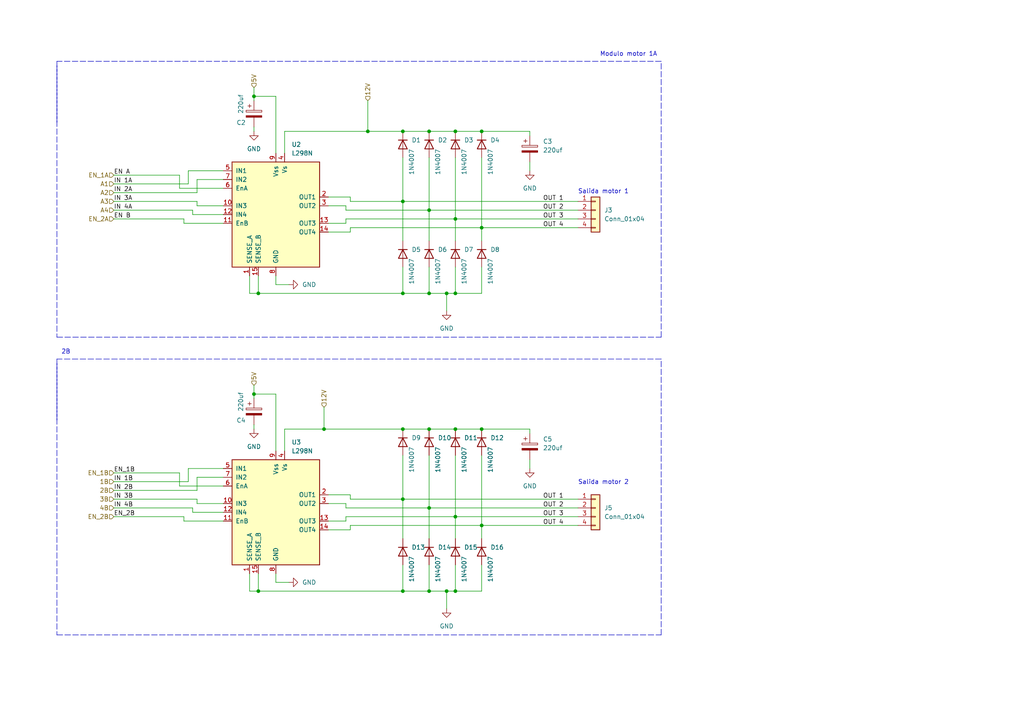
<source format=kicad_sch>
(kicad_sch (version 20211123) (generator eeschema)
  (paper "A4")
  (lib_symbols
    (symbol "Connector_Generic:Conn_01x04" (pin_names (offset 1.016) hide)
      (property "Reference" "J" (at 0 5.08 0))
      (property "Value" "Conn_01x04" (at 0 -7.62 0))
      (symbol "Conn_01x04_1_1"
        (rectangle (start -1.27 -4.953) (end 0 -5.207) (stroke (width 0.1524)))
        (rectangle (start -1.27 -2.413) (end 0 -2.667) (stroke (width 0.1524)))
        (rectangle (start -1.27 0.127) (end 0 -0.127) (stroke (width 0.1524)))
        (rectangle (start -1.27 2.667) (end 0 2.413) (stroke (width 0.1524)))
        (rectangle (start -1.27 3.81) (end 1.27 -6.35) (stroke (width 0.254)) (fill (type background)))
        (pin passive line (at -5.08 2.54 0) (length 3.81) (name "Pin_1") (number "1"))
        (pin passive line (at -5.08 0 0) (length 3.81) (name "Pin_2") (number "2"))
        (pin passive line (at -5.08 -2.54 0) (length 3.81) (name "Pin_3") (number "3"))
        (pin passive line (at -5.08 -5.08 0) (length 3.81) (name "Pin_4") (number "4"))
      )
    )
    (symbol "Device:C_Polarized" (pin_numbers hide) (pin_names (offset 0.254))
      (property "Reference" "C" (at 0.635 2.54 0))
      (property "Value" "C_Polarized" (at 0.635 -2.54 0))
      (symbol "C_Polarized_0_1"
        (rectangle (start -2.286 0.508) (end 2.286 1.016))
        (polyline (pts (xy -1.778 2.286) (xy -0.762 2.286)))
        (polyline (pts (xy -1.27 2.794) (xy -1.27 1.778)))
        (rectangle (start 2.286 -0.508) (end -2.286 -1.016) (fill (type outline)))
      )
      (symbol "C_Polarized_1_1"
        (pin passive line (at 0 3.81 270) (length 2.794) (name "~") (number "1"))
        (pin passive line (at 0 -3.81 90) (length 2.794) (name "~") (number "2"))
      )
    )
    (symbol "Diode:1N4007" (pin_numbers hide) (pin_names (offset 1.016) hide)
      (property "Reference" "D" (at 0 2.54 0))
      (property "Value" "1N4007" (at 0 -2.54 0))
      (symbol "1N4007_0_1"
        (polyline (pts (xy -1.27 1.27) (xy -1.27 -1.27)) (stroke (width 0.254)))
        (polyline (pts (xy 1.27 0) (xy -1.27 0)))
        (polyline (pts (xy 1.27 1.27) (xy 1.27 -1.27) (xy -1.27 0) (xy 1.27 1.27)) (stroke (width 0.254)))
      )
      (symbol "1N4007_1_1"
        (pin passive line (at -3.81 0 0) (length 2.54) (name "K") (number "1"))
        (pin passive line (at 3.81 0 180) (length 2.54) (name "A") (number "2"))
      )
    )
    (symbol "Driver_Motor:L298N" (pin_names (offset 1.016))
      (property "Reference" "U" (at -10.16 16.51 0))
      (property "Value" "L298N" (at 12.7 16.51 0))
      (symbol "L298N_0_1"
        (rectangle (start -12.7 15.24) (end 12.7 -15.24) (stroke (width 0.254)) (fill (type background)))
      )
      (symbol "L298N_1_1"
        (pin power_in line (at -7.62 -17.78 90) (length 2.54) (name "SENSE_A") (number "1"))
        (pin input line (at -15.24 2.54 0) (length 2.54) (name "IN3") (number "10"))
        (pin input line (at -15.24 -2.54 0) (length 2.54) (name "EnB") (number "11"))
        (pin input line (at -15.24 0 0) (length 2.54) (name "IN4") (number "12"))
        (pin output line (at 15.24 -2.54 180) (length 2.54) (name "OUT3") (number "13"))
        (pin output line (at 15.24 -5.08 180) (length 2.54) (name "OUT4") (number "14"))
        (pin power_in line (at -5.08 -17.78 90) (length 2.54) (name "SENSE_B") (number "15"))
        (pin output line (at 15.24 5.08 180) (length 2.54) (name "OUT1") (number "2"))
        (pin output line (at 15.24 2.54 180) (length 2.54) (name "OUT2") (number "3"))
        (pin power_in line (at 2.54 17.78 270) (length 2.54) (name "Vs") (number "4"))
        (pin input line (at -15.24 12.7 0) (length 2.54) (name "IN1") (number "5"))
        (pin input line (at -15.24 7.62 0) (length 2.54) (name "EnA") (number "6"))
        (pin input line (at -15.24 10.16 0) (length 2.54) (name "IN2") (number "7"))
        (pin power_in line (at 0 -17.78 90) (length 2.54) (name "GND") (number "8"))
        (pin power_in line (at 0 17.78 270) (length 2.54) (name "Vss") (number "9"))
      )
    )
    (symbol "power:GND" (power) (pin_names (offset 0))
      (property "Value" "GND" (at 0 -3.81 0))
      (symbol "GND_0_1"
        (polyline (pts (xy 0 0) (xy 0 -1.27) (xy 1.27 -1.27) (xy 0 -2.54) (xy -1.27 -1.27) (xy 0 -1.27)))
      )
      (symbol "GND_1_1"
        (pin power_in line (at 0 0 270) (length 0) hide (name "GND") (number "1"))
      )
    )
  )
  (junction (at 106.68 38.1))
  (junction (at 93.98 124.46))
  (junction (at 132.08 85.09))
  (junction (at 74.93 85.09))
  (junction (at 129.54 85.09))
  (junction (at 132.08 171.45))
  (junction (at 116.84 144.78))
  (junction (at 139.7 66.04))
  (junction (at 116.84 171.45))
  (junction (at 132.08 124.46))
  (junction (at 116.84 38.1))
  (junction (at 139.7 38.1))
  (junction (at 124.46 85.09))
  (junction (at 124.46 124.46))
  (junction (at 139.7 124.46))
  (junction (at 124.46 147.32))
  (junction (at 124.46 38.1))
  (junction (at 116.84 124.46))
  (junction (at 116.84 85.09))
  (junction (at 132.08 38.1))
  (junction (at 124.46 60.96))
  (junction (at 73.66 114.3))
  (junction (at 74.93 171.45))
  (junction (at 116.84 58.42))
  (junction (at 73.66 27.94))
  (junction (at 132.08 149.86))
  (junction (at 139.7 152.4))
  (junction (at 129.54 171.45))
  (junction (at 124.46 171.45))
  (junction (at 132.08 63.5))
  (wire (pts (xy 129.54 85.09) (xy 129.54 90.17)))
  (wire (pts (xy 101.6 67.31) (xy 101.6 66.04)))
  (wire (pts (xy 116.84 171.45) (xy 124.46 171.45)))
  (wire (pts (xy 116.84 58.42) (xy 167.64 58.42)))
  (wire (pts (xy 129.54 171.45) (xy 129.54 176.53)))
  (wire (pts (xy 73.66 36.83) (xy 73.66 38.1)))
  (wire (pts (xy 116.84 132.08) (xy 116.84 144.78)))
  (wire (pts (xy 80.01 27.94) (xy 80.01 44.45)))
  (wire (pts (xy 95.25 143.51) (xy 101.6 143.51)))
  (wire (pts (xy 54.61 135.89) (xy 54.61 139.7)))
  (wire (pts (xy 57.15 144.78) (xy 33.02 144.78)))
  (wire (pts (xy 101.6 144.78) (xy 116.84 144.78)))
  (wire (pts (xy 72.39 85.09) (xy 74.93 85.09)))
  (wire (pts (xy 100.33 60.96) (xy 124.46 60.96)))
  (wire (pts (xy 53.34 64.77) (xy 53.34 63.5)))
  (wire (pts (xy 124.46 60.96) (xy 124.46 69.85)))
  (wire (pts (xy 95.25 151.13) (xy 100.33 151.13)))
  (wire (pts (xy 64.77 62.23) (xy 55.88 62.23)))
  (wire (pts (xy 64.77 64.77) (xy 53.34 64.77)))
  (wire (pts (xy 95.25 146.05) (xy 100.33 146.05)))
  (wire (pts (xy 139.7 85.09) (xy 132.08 85.09)))
  (wire (pts (xy 80.01 27.94) (xy 73.66 27.94)))
  (wire (pts (xy 55.88 148.59) (xy 55.88 147.32)))
  (wire (pts (xy 139.7 152.4) (xy 167.64 152.4)))
  (wire (pts (xy 101.6 153.67) (xy 101.6 152.4)))
  (wire (pts (xy 139.7 171.45) (xy 132.08 171.45)))
  (wire (pts (xy 64.77 59.69) (xy 57.15 59.69)))
  (wire (pts (xy 153.67 125.73) (xy 153.67 124.46)))
  (polyline (pts (xy 16.51 104.14) (xy 16.51 121.92)))
  (polyline (pts (xy 16.51 184.15) (xy 191.77 184.15)))
  (wire (pts (xy 55.88 147.32) (xy 33.02 147.32)))
  (wire (pts (xy 80.01 166.37) (xy 80.01 168.91)))
  (wire (pts (xy 57.15 146.05) (xy 57.15 144.78)))
  (wire (pts (xy 93.98 124.46) (xy 116.84 124.46)))
  (wire (pts (xy 72.39 171.45) (xy 74.93 171.45)))
  (wire (pts (xy 74.93 166.37) (xy 74.93 171.45)))
  (wire (pts (xy 55.88 62.23) (xy 55.88 60.96)))
  (wire (pts (xy 124.46 132.08) (xy 124.46 147.32)))
  (wire (pts (xy 153.67 39.37) (xy 153.67 38.1)))
  (wire (pts (xy 57.15 58.42) (xy 33.02 58.42)))
  (wire (pts (xy 124.46 163.83) (xy 124.46 171.45)))
  (wire (pts (xy 95.25 67.31) (xy 101.6 67.31)))
  (wire (pts (xy 80.01 82.55) (xy 83.82 82.55)))
  (polyline (pts (xy 16.51 17.78) (xy 16.51 35.56)))
  (wire (pts (xy 124.46 77.47) (xy 124.46 85.09)))
  (wire (pts (xy 82.55 44.45) (xy 82.55 38.1)))
  (polyline (pts (xy 16.51 105.41) (xy 16.51 184.15)))
  (wire (pts (xy 53.34 63.5) (xy 33.02 63.5)))
  (wire (pts (xy 82.55 124.46) (xy 93.98 124.46)))
  (wire (pts (xy 139.7 38.1) (xy 153.67 38.1)))
  (wire (pts (xy 80.01 114.3) (xy 73.66 114.3)))
  (wire (pts (xy 124.46 60.96) (xy 167.64 60.96)))
  (wire (pts (xy 100.33 146.05) (xy 100.33 147.32)))
  (wire (pts (xy 101.6 143.51) (xy 101.6 144.78)))
  (wire (pts (xy 80.01 168.91) (xy 83.82 168.91)))
  (wire (pts (xy 139.7 132.08) (xy 139.7 152.4)))
  (wire (pts (xy 57.15 55.88) (xy 33.02 55.88)))
  (wire (pts (xy 153.67 133.35) (xy 153.67 135.89)))
  (wire (pts (xy 52.07 140.97) (xy 52.07 137.16)))
  (wire (pts (xy 116.84 45.72) (xy 116.84 58.42)))
  (wire (pts (xy 101.6 152.4) (xy 139.7 152.4)))
  (wire (pts (xy 132.08 38.1) (xy 139.7 38.1)))
  (wire (pts (xy 64.77 138.43) (xy 57.15 138.43)))
  (wire (pts (xy 53.34 151.13) (xy 53.34 149.86)))
  (wire (pts (xy 101.6 66.04) (xy 139.7 66.04)))
  (wire (pts (xy 73.66 25.4) (xy 73.66 27.94)))
  (wire (pts (xy 64.77 135.89) (xy 54.61 135.89)))
  (wire (pts (xy 80.01 114.3) (xy 80.01 130.81)))
  (wire (pts (xy 52.07 137.16) (xy 33.02 137.16)))
  (wire (pts (xy 116.84 58.42) (xy 116.84 69.85)))
  (wire (pts (xy 139.7 66.04) (xy 139.7 69.85)))
  (wire (pts (xy 74.93 80.01) (xy 74.93 85.09)))
  (wire (pts (xy 64.77 151.13) (xy 53.34 151.13)))
  (wire (pts (xy 73.66 27.94) (xy 73.66 29.21)))
  (wire (pts (xy 73.66 114.3) (xy 73.66 115.57)))
  (wire (pts (xy 132.08 63.5) (xy 167.64 63.5)))
  (wire (pts (xy 132.08 132.08) (xy 132.08 149.86)))
  (polyline (pts (xy 16.51 19.05) (xy 16.51 97.79)))
  (wire (pts (xy 72.39 80.01) (xy 72.39 85.09)))
  (wire (pts (xy 52.07 50.8) (xy 33.02 50.8)))
  (wire (pts (xy 116.84 144.78) (xy 167.64 144.78)))
  (wire (pts (xy 82.55 130.81) (xy 82.55 124.46)))
  (wire (pts (xy 54.61 53.34) (xy 33.02 53.34)))
  (wire (pts (xy 57.15 52.07) (xy 57.15 55.88)))
  (wire (pts (xy 73.66 123.19) (xy 73.66 124.46)))
  (wire (pts (xy 52.07 54.61) (xy 52.07 50.8)))
  (polyline (pts (xy 191.77 17.78) (xy 16.51 17.78)))
  (wire (pts (xy 57.15 138.43) (xy 57.15 142.24)))
  (wire (pts (xy 139.7 77.47) (xy 139.7 85.09)))
  (wire (pts (xy 53.34 149.86) (xy 33.02 149.86)))
  (wire (pts (xy 100.33 149.86) (xy 132.08 149.86)))
  (wire (pts (xy 57.15 142.24) (xy 33.02 142.24)))
  (wire (pts (xy 124.46 124.46) (xy 132.08 124.46)))
  (wire (pts (xy 95.25 57.15) (xy 101.6 57.15)))
  (wire (pts (xy 54.61 49.53) (xy 54.61 53.34)))
  (wire (pts (xy 106.68 29.21) (xy 106.68 38.1)))
  (wire (pts (xy 100.33 64.77) (xy 100.33 63.5)))
  (wire (pts (xy 124.46 147.32) (xy 167.64 147.32)))
  (wire (pts (xy 74.93 85.09) (xy 116.84 85.09)))
  (wire (pts (xy 116.84 85.09) (xy 124.46 85.09)))
  (wire (pts (xy 73.66 111.76) (xy 73.66 114.3)))
  (wire (pts (xy 132.08 124.46) (xy 139.7 124.46)))
  (wire (pts (xy 72.39 166.37) (xy 72.39 171.45)))
  (wire (pts (xy 80.01 80.01) (xy 80.01 82.55)))
  (wire (pts (xy 116.84 144.78) (xy 116.84 156.21)))
  (wire (pts (xy 116.84 163.83) (xy 116.84 171.45)))
  (wire (pts (xy 139.7 163.83) (xy 139.7 171.45)))
  (wire (pts (xy 124.46 45.72) (xy 124.46 60.96)))
  (wire (pts (xy 132.08 171.45) (xy 129.54 171.45)))
  (wire (pts (xy 132.08 85.09) (xy 129.54 85.09)))
  (wire (pts (xy 64.77 146.05) (xy 57.15 146.05)))
  (wire (pts (xy 55.88 60.96) (xy 33.02 60.96)))
  (wire (pts (xy 74.93 171.45) (xy 116.84 171.45)))
  (wire (pts (xy 153.67 46.99) (xy 153.67 49.53)))
  (wire (pts (xy 64.77 54.61) (xy 52.07 54.61)))
  (wire (pts (xy 116.84 124.46) (xy 124.46 124.46)))
  (wire (pts (xy 116.84 77.47) (xy 116.84 85.09)))
  (wire (pts (xy 139.7 124.46) (xy 153.67 124.46)))
  (wire (pts (xy 101.6 58.42) (xy 116.84 58.42)))
  (wire (pts (xy 100.33 147.32) (xy 124.46 147.32)))
  (wire (pts (xy 106.68 38.1) (xy 116.84 38.1)))
  (wire (pts (xy 95.25 153.67) (xy 101.6 153.67)))
  (wire (pts (xy 139.7 152.4) (xy 139.7 156.21)))
  (wire (pts (xy 100.33 151.13) (xy 100.33 149.86)))
  (polyline (pts (xy 191.77 104.14) (xy 16.51 104.14)))
  (polyline (pts (xy 191.77 184.15) (xy 191.77 104.14)))
  (wire (pts (xy 132.08 149.86) (xy 167.64 149.86)))
  (wire (pts (xy 124.46 38.1) (xy 132.08 38.1)))
  (polyline (pts (xy 16.51 97.79) (xy 191.77 97.79)))
  (polyline (pts (xy 191.77 97.79) (xy 191.77 17.78)))
  (wire (pts (xy 95.25 59.69) (xy 100.33 59.69)))
  (wire (pts (xy 95.25 64.77) (xy 100.33 64.77)))
  (wire (pts (xy 64.77 52.07) (xy 57.15 52.07)))
  (wire (pts (xy 139.7 66.04) (xy 167.64 66.04)))
  (wire (pts (xy 93.98 118.11) (xy 93.98 124.46)))
  (wire (pts (xy 64.77 49.53) (xy 54.61 49.53)))
  (wire (pts (xy 132.08 45.72) (xy 132.08 63.5)))
  (wire (pts (xy 124.46 85.09) (xy 129.54 85.09)))
  (wire (pts (xy 54.61 139.7) (xy 33.02 139.7)))
  (wire (pts (xy 100.33 59.69) (xy 100.33 60.96)))
  (wire (pts (xy 57.15 59.69) (xy 57.15 58.42)))
  (wire (pts (xy 124.46 147.32) (xy 124.46 156.21)))
  (wire (pts (xy 132.08 149.86) (xy 132.08 156.21)))
  (wire (pts (xy 64.77 148.59) (xy 55.88 148.59)))
  (wire (pts (xy 100.33 63.5) (xy 132.08 63.5)))
  (wire (pts (xy 132.08 77.47) (xy 132.08 85.09)))
  (wire (pts (xy 82.55 38.1) (xy 106.68 38.1)))
  (wire (pts (xy 139.7 45.72) (xy 139.7 66.04)))
  (wire (pts (xy 101.6 57.15) (xy 101.6 58.42)))
  (wire (pts (xy 116.84 38.1) (xy 124.46 38.1)))
  (wire (pts (xy 132.08 163.83) (xy 132.08 171.45)))
  (wire (pts (xy 124.46 171.45) (xy 129.54 171.45)))
  (wire (pts (xy 64.77 140.97) (xy 52.07 140.97)))
  (wire (pts (xy 132.08 63.5) (xy 132.08 69.85)))
  (text "Salida motor 1\n\n" (at 167.64 58.42 0) (effects (font (size 1.27 1.27)) (justify left bottom)))
  (text "Salida motor 2\n\n\n" (at 167.64 144.78 0) (effects (font (size 1.27 1.27)) (justify left bottom)))
  (text "Modulo motor 1A\n" (at 173.99 16.51 0) (effects (font (size 1.27 1.27)) (justify left bottom)))
  (text "2B" (at 17.78 102.87 0) (effects (font (size 1.27 1.27)) (justify left bottom)))
  (label "OUT 4" (at 157.48 152.4 0))
  (label "OUT 2" (at 157.48 60.96 0))
  (label "IN 3A" (at 33.02 58.42 0))
  (label "EN B" (at 33.02 63.5 0))
  (label "IN 4B" (at 33.02 147.32 0))
  (label "OUT 3" (at 157.48 149.86 0))
  (label "EN A" (at 33.02 50.8 0))
  (label "EN_1B" (at 33.02 137.16 0))
  (label "OUT 3" (at 157.48 63.5 0))
  (label "IN 2A" (at 33.02 55.88 0))
  (label "IN 1A" (at 33.02 53.34 0))
  (label "OUT 4" (at 157.48 66.04 0))
  (label "IN 3B" (at 33.02 144.78 0))
  (label "EN_2B" (at 33.02 149.86 0))
  (label "IN 4A" (at 33.02 60.96 0))
  (label "OUT 1" (at 157.48 58.42 0))
  (label "OUT 2" (at 157.48 147.32 0))
  (label "IN 1B" (at 33.02 139.7 0))
  (label "OUT 1" (at 157.48 144.78 0))
  (label "IN 2B" (at 33.02 142.24 0))
  (hierarchical_label "2B" (shape input) (at 33.02 142.24 180))
  (hierarchical_label "4B" (shape input) (at 33.02 147.32 180))
  (hierarchical_label "12V" (shape input) (at 93.98 118.11 90))
  (hierarchical_label "1B" (shape input) (at 33.02 139.7 180))
  (hierarchical_label "A3" (shape input) (at 33.02 58.42 180))
  (hierarchical_label "A1" (shape input) (at 33.02 53.34 180))
  (hierarchical_label "EN_1B" (shape input) (at 33.02 137.16 180))
  (hierarchical_label "EN_2B" (shape input) (at 33.02 149.86 180))
  (hierarchical_label "5V" (shape input) (at 73.66 25.4 90))
  (hierarchical_label "5V" (shape input) (at 73.66 111.76 90))
  (hierarchical_label "EN_2A" (shape input) (at 33.02 63.5 180))
  (hierarchical_label "A4" (shape input) (at 33.02 60.96 180))
  (hierarchical_label "3B" (shape input) (at 33.02 144.78 180))
  (hierarchical_label "12V" (shape input) (at 106.68 29.21 90))
  (hierarchical_label "A2" (shape input) (at 33.02 55.88 180))
  (hierarchical_label "EN_1A" (shape input) (at 33.02 50.8 180))
  (symbol (lib_id "power:GND") (at 153.67 49.53 0) (unit 1)
    (property "Reference" "#PWR?" (effects hide))
    (property "Value" "GND" (at 153.67 54.61 0))
  )
  (symbol (lib_id "Diode:1N4007") (at 139.7 160.02 270) (unit 1)
    (property "Reference" "D16" (at 142.24 158.7499 90) (effects (justify left)))
    (property "Value" "1N4007" (at 142.24 161.2899 0) (effects (justify left)))
    (property "Footprint" "Diode_SMD:D_SMA_Handsoldering" (effects hide))
    (property "Datasheet" "http://www.vishay.com/docs/88503/1n4001.pdf" (effects hide))
  )
  (symbol (lib_id "Diode:1N4007") (at 124.46 128.27 270) (unit 1)
    (property "Reference" "D10" (at 127 126.9999 90) (effects (justify left)))
    (property "Value" "1N4007" (at 127 129.5399 0) (effects (justify left)))
    (property "Footprint" "Diode_SMD:D_SMA_Handsoldering" (effects hide))
    (property "Datasheet" "http://www.vishay.com/docs/88503/1n4001.pdf" (effects hide))
  )
  (symbol (lib_id "power:GND") (at 73.66 38.1 0) (unit 1)
    (property "Reference" "#PWR?" (effects hide))
    (property "Value" "GND" (at 73.66 43.18 0))
  )
  (symbol (lib_id "Driver_Motor:L298N") (at 80.01 148.59 0) (unit 1)
    (property "Reference" "U3" (at 84.5694 128.27 0) (effects (justify left)))
    (property "Value" "L298N" (at 84.5694 130.81 0) (effects (justify left)))
    (property "Footprint" "Package_TO_SOT_THT:TO-220-15_P2.54x2.54mm_StaggerOdd_Lead4.58mm_Vertical" (effects hide))
    (property "Datasheet" "http://www.st.com/st-web-ui/static/active/en/resource/technical/document/datasheet/CD00000240.pdf" (effects hide))
  )
  (symbol (lib_id "Diode:1N4007") (at 139.7 73.66 270) (unit 1)
    (property "Reference" "D8" (at 142.24 72.3899 90) (effects (justify left)))
    (property "Value" "1N4007" (at 142.24 74.9299 0) (effects (justify left)))
    (property "Footprint" "Diode_SMD:D_SMA_Handsoldering" (effects hide))
    (property "Datasheet" "http://www.vishay.com/docs/88503/1n4001.pdf" (effects hide))
  )
  (symbol (lib_id "Diode:1N4007") (at 124.46 160.02 270) (unit 1)
    (property "Reference" "D14" (at 127 158.7499 90) (effects (justify left)))
    (property "Value" "1N4007" (at 127 161.2899 0) (effects (justify left)))
    (property "Footprint" "Diode_SMD:D_SMA_Handsoldering" (effects hide))
    (property "Datasheet" "http://www.vishay.com/docs/88503/1n4001.pdf" (effects hide))
  )
  (symbol (lib_id "Device:C_Polarized") (at 153.67 43.18 0) (unit 1)
    (property "Reference" "C3" (at 157.48 41.0209 0) (effects (justify left)))
    (property "Value" "220uf" (at 157.48 43.5609 0) (effects (justify left)))
    (property "Footprint" "Capacitor_SMD:CP_Elec_8x10" (effects hide))
  )
  (symbol (lib_id "Device:C_Polarized") (at 73.66 33.02 0) (unit 1)
    (property "Reference" "C2" (at 68.58 35.56 0) (effects (justify left)))
    (property "Value" "220uf" (at 69.85 33.02 90) (effects (justify left)))
    (property "Footprint" "Capacitor_SMD:CP_Elec_8x10" (effects hide))
  )
  (symbol (lib_id "Connector_Generic:Conn_01x04") (at 172.72 60.96 0) (unit 1)
    (property "Reference" "J3" (at 175.26 60.9599 0) (effects (justify left)))
    (property "Value" "Conn_01x04" (at 175.26 63.4999 0) (effects (justify left)))
    (property "Footprint" "Connector_JST:JST_EH_B4B-EH-A_1x04_P2.50mm_Vertical" (effects hide))
  )
  (symbol (lib_id "Diode:1N4007") (at 116.84 73.66 270) (unit 1)
    (property "Reference" "D5" (at 119.38 72.3899 90) (effects (justify left)))
    (property "Value" "1N4007" (at 119.38 74.9299 0) (effects (justify left)))
    (property "Footprint" "Diode_SMD:D_SMA_Handsoldering" (effects hide))
    (property "Datasheet" "http://www.vishay.com/docs/88503/1n4001.pdf" (effects hide))
  )
  (symbol (lib_id "Diode:1N4007") (at 132.08 73.66 270) (unit 1)
    (property "Reference" "D7" (at 134.62 72.3899 90) (effects (justify left)))
    (property "Value" "1N4007" (at 134.62 74.9299 0) (effects (justify left)))
    (property "Footprint" "Diode_SMD:D_SMA_Handsoldering" (effects hide))
    (property "Datasheet" "http://www.vishay.com/docs/88503/1n4001.pdf" (effects hide))
  )
  (symbol (lib_id "Diode:1N4007") (at 132.08 160.02 270) (unit 1)
    (property "Reference" "D15" (at 134.62 158.7499 90) (effects (justify left)))
    (property "Value" "1N4007" (at 134.62 161.2899 0) (effects (justify left)))
    (property "Footprint" "Diode_SMD:D_SMA_Handsoldering" (effects hide))
    (property "Datasheet" "http://www.vishay.com/docs/88503/1n4001.pdf" (effects hide))
  )
  (symbol (lib_id "Diode:1N4007") (at 139.7 41.91 270) (unit 1)
    (property "Reference" "D4" (at 142.24 40.6399 90) (effects (justify left)))
    (property "Value" "1N4007" (at 142.24 43.1799 0) (effects (justify left)))
    (property "Footprint" "Diode_SMD:D_SMA_Handsoldering" (effects hide))
    (property "Datasheet" "http://www.vishay.com/docs/88503/1n4001.pdf" (effects hide))
  )
  (symbol (lib_id "Diode:1N4007") (at 132.08 128.27 270) (unit 1)
    (property "Reference" "D11" (at 134.62 126.9999 90) (effects (justify left)))
    (property "Value" "1N4007" (at 134.62 129.5399 0) (effects (justify left)))
    (property "Footprint" "Diode_SMD:D_SMA_Handsoldering" (effects hide))
    (property "Datasheet" "http://www.vishay.com/docs/88503/1n4001.pdf" (effects hide))
  )
  (symbol (lib_id "Device:C_Polarized") (at 153.67 129.54 0) (unit 1)
    (property "Reference" "C5" (at 157.48 127.3809 0) (effects (justify left)))
    (property "Value" "220uf" (at 157.48 129.9209 0) (effects (justify left)))
    (property "Footprint" "Capacitor_SMD:CP_Elec_8x10" (effects hide))
  )
  (symbol (lib_id "power:GND") (at 83.82 168.91 90) (unit 1)
    (property "Reference" "#PWR?" (effects hide))
    (property "Value" "GND" (at 87.63 168.9099 90) (effects (justify right)))
  )
  (symbol (lib_id "Diode:1N4007") (at 124.46 41.91 270) (unit 1)
    (property "Reference" "D2" (at 127 40.6399 90) (effects (justify left)))
    (property "Value" "1N4007" (at 127 43.1799 0) (effects (justify left)))
    (property "Footprint" "Diode_SMD:D_SMA_Handsoldering" (effects hide))
    (property "Datasheet" "http://www.vishay.com/docs/88503/1n4001.pdf" (effects hide))
  )
  (symbol (lib_id "Diode:1N4007") (at 116.84 41.91 270) (unit 1)
    (property "Reference" "D1" (at 119.38 40.6399 90) (effects (justify left)))
    (property "Value" "1N4007" (at 119.38 43.1799 0) (effects (justify left)))
    (property "Footprint" "Diode_SMD:D_SMA_Handsoldering" (effects hide))
    (property "Datasheet" "http://www.vishay.com/docs/88503/1n4001.pdf" (effects hide))
  )
  (symbol (lib_id "power:GND") (at 129.54 176.53 0) (unit 1)
    (property "Reference" "#PWR?" (effects hide))
    (property "Value" "GND" (at 129.54 181.61 0))
  )
  (symbol (lib_id "Diode:1N4007") (at 116.84 128.27 270) (unit 1)
    (property "Reference" "D9" (at 119.38 126.9999 90) (effects (justify left)))
    (property "Value" "1N4007" (at 119.38 129.5399 0) (effects (justify left)))
    (property "Footprint" "Diode_SMD:D_SMA_Handsoldering" (effects hide))
    (property "Datasheet" "http://www.vishay.com/docs/88503/1n4001.pdf" (effects hide))
  )
  (symbol (lib_id "Diode:1N4007") (at 139.7 128.27 270) (unit 1)
    (property "Reference" "D12" (at 142.24 126.9999 90) (effects (justify left)))
    (property "Value" "1N4007" (at 142.24 129.5399 0) (effects (justify left)))
    (property "Footprint" "Diode_SMD:D_SMA_Handsoldering" (effects hide))
    (property "Datasheet" "http://www.vishay.com/docs/88503/1n4001.pdf" (effects hide))
  )
  (symbol (lib_id "Diode:1N4007") (at 116.84 160.02 270) (unit 1)
    (property "Reference" "D13" (at 119.38 158.7499 90) (effects (justify left)))
    (property "Value" "1N4007" (at 119.38 161.2899 0) (effects (justify left)))
    (property "Footprint" "Diode_SMD:D_SMA_Handsoldering" (effects hide))
    (property "Datasheet" "http://www.vishay.com/docs/88503/1n4001.pdf" (effects hide))
  )
  (symbol (lib_id "Diode:1N4007") (at 124.46 73.66 270) (unit 1)
    (property "Reference" "D6" (at 127 72.3899 90) (effects (justify left)))
    (property "Value" "1N4007" (at 127 74.9299 0) (effects (justify left)))
    (property "Footprint" "Diode_SMD:D_SMA_Handsoldering" (effects hide))
    (property "Datasheet" "http://www.vishay.com/docs/88503/1n4001.pdf" (effects hide))
  )
  (symbol (lib_id "Connector_Generic:Conn_01x04") (at 172.72 147.32 0) (unit 1)
    (property "Reference" "J5" (at 175.26 147.3199 0) (effects (justify left)))
    (property "Value" "Conn_01x04" (at 175.26 149.8599 0) (effects (justify left)))
    (property "Footprint" "Connector_JST:JST_EH_B4B-EH-A_1x04_P2.50mm_Vertical" (effects hide))
  )
  (symbol (lib_id "Driver_Motor:L298N") (at 80.01 62.23 0) (unit 1)
    (property "Reference" "U2" (at 84.5694 41.91 0) (effects (justify left)))
    (property "Value" "L298N" (at 84.5694 44.45 0) (effects (justify left)))
    (property "Footprint" "Package_TO_SOT_THT:TO-220-15_P2.54x2.54mm_StaggerOdd_Lead4.58mm_Vertical" (effects hide))
    (property "Datasheet" "http://www.st.com/st-web-ui/static/active/en/resource/technical/document/datasheet/CD00000240.pdf" (effects hide))
  )
  (symbol (lib_id "power:GND") (at 129.54 90.17 0) (unit 1)
    (property "Reference" "#PWR?" (effects hide))
    (property "Value" "GND" (at 129.54 95.25 0))
  )
  (symbol (lib_id "Diode:1N4007") (at 132.08 41.91 270) (unit 1)
    (property "Reference" "D3" (at 134.62 40.6399 90) (effects (justify left)))
    (property "Value" "1N4007" (at 134.62 43.1799 0) (effects (justify left)))
    (property "Footprint" "Diode_SMD:D_SMA_Handsoldering" (effects hide))
    (property "Datasheet" "http://www.vishay.com/docs/88503/1n4001.pdf" (effects hide))
  )
  (symbol (lib_id "power:GND") (at 73.66 124.46 0) (unit 1)
    (property "Reference" "#PWR?" (effects hide))
    (property "Value" "GND" (at 73.66 129.54 0))
  )
  (symbol (lib_id "power:GND") (at 83.82 82.55 90) (unit 1)
    (property "Reference" "#PWR?" (effects hide))
    (property "Value" "GND" (at 87.63 82.5499 90) (effects (justify right)))
  )
  (symbol (lib_id "power:GND") (at 153.67 135.89 0) (unit 1)
    (property "Reference" "#PWR?" (effects hide))
    (property "Value" "GND" (at 153.67 140.97 0))
  )
  (symbol (lib_id "Device:C_Polarized") (at 73.66 119.38 0) (unit 1)
    (property "Reference" "C4" (at 68.58 121.92 0) (effects (justify left)))
    (property "Value" "220uf" (at 69.85 119.38 90) (effects (justify left)))
    (property "Footprint" "Capacitor_SMD:CP_Elec_8x10" (effects hide))
  )
)
</source>
